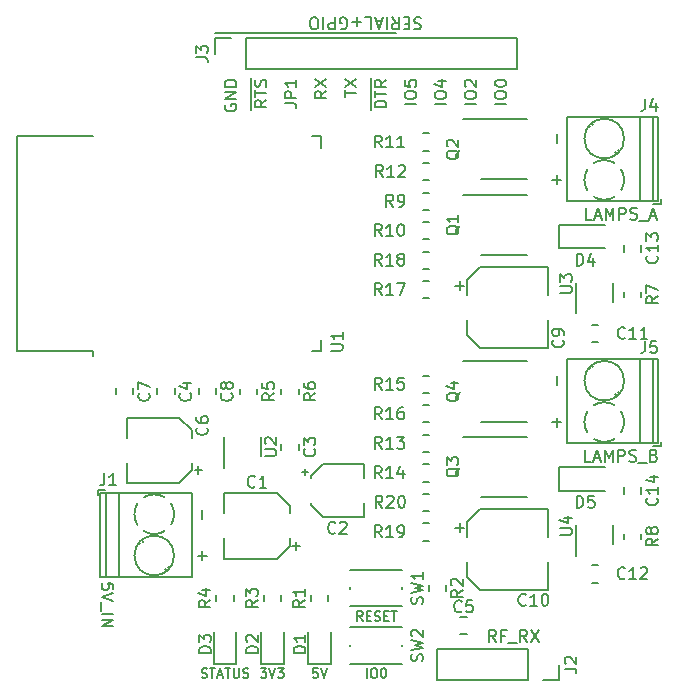
<source format=gbr>
%TF.GenerationSoftware,KiCad,Pcbnew,(6.0.11-0)*%
%TF.CreationDate,2023-05-30T14:23:44-05:00*%
%TF.ProjectId,HoneywellStringLightsController,486f6e65-7977-4656-9c6c-537472696e67,rev?*%
%TF.SameCoordinates,Original*%
%TF.FileFunction,Legend,Top*%
%TF.FilePolarity,Positive*%
%FSLAX46Y46*%
G04 Gerber Fmt 4.6, Leading zero omitted, Abs format (unit mm)*
G04 Created by KiCad (PCBNEW (6.0.11-0)) date 2023-05-30 14:23:44*
%MOMM*%
%LPD*%
G01*
G04 APERTURE LIST*
%ADD10C,0.150000*%
%ADD11C,0.200000*%
%ADD12C,0.160000*%
G04 APERTURE END LIST*
D10*
X110170000Y-71800000D02*
X125470000Y-71800000D01*
D11*
%TO.C,U1*%
X119952380Y-98661904D02*
X120761904Y-98661904D01*
X120857142Y-98614285D01*
X120904761Y-98566666D01*
X120952380Y-98471428D01*
X120952380Y-98280952D01*
X120904761Y-98185714D01*
X120857142Y-98138095D01*
X120761904Y-98090476D01*
X119952380Y-98090476D01*
X120952380Y-97090476D02*
X120952380Y-97661904D01*
X120952380Y-97376190D02*
X119952380Y-97376190D01*
X120095238Y-97471428D01*
X120190476Y-97566666D01*
X120238095Y-97661904D01*
%TO.C,C9*%
X139584023Y-97766666D02*
X139631642Y-97814285D01*
X139679261Y-97957142D01*
X139679261Y-98052380D01*
X139631642Y-98195238D01*
X139536404Y-98290476D01*
X139441166Y-98338095D01*
X139250690Y-98385714D01*
X139107833Y-98385714D01*
X138917357Y-98338095D01*
X138822119Y-98290476D01*
X138726881Y-98195238D01*
X138679261Y-98052380D01*
X138679261Y-97957142D01*
X138726881Y-97814285D01*
X138774500Y-97766666D01*
X139679261Y-97290476D02*
X139679261Y-97100000D01*
X139631642Y-97004761D01*
X139584023Y-96957142D01*
X139441166Y-96861904D01*
X139250690Y-96814285D01*
X138869738Y-96814285D01*
X138774500Y-96861904D01*
X138726881Y-96909523D01*
X138679261Y-97004761D01*
X138679261Y-97195238D01*
X138726881Y-97290476D01*
X138774500Y-97338095D01*
X138869738Y-97385714D01*
X139107833Y-97385714D01*
X139203071Y-97338095D01*
X139250690Y-97290476D01*
X139298309Y-97195238D01*
X139298309Y-97004761D01*
X139250690Y-96909523D01*
X139203071Y-96861904D01*
X139107833Y-96814285D01*
%TO.C,R1*%
X117752380Y-119766666D02*
X117276190Y-120100000D01*
X117752380Y-120338095D02*
X116752380Y-120338095D01*
X116752380Y-119957142D01*
X116800000Y-119861904D01*
X116847619Y-119814285D01*
X116942857Y-119766666D01*
X117085714Y-119766666D01*
X117180952Y-119814285D01*
X117228571Y-119861904D01*
X117276190Y-119957142D01*
X117276190Y-120338095D01*
X117752380Y-118814285D02*
X117752380Y-119385714D01*
X117752380Y-119100000D02*
X116752380Y-119100000D01*
X116895238Y-119195238D01*
X116990476Y-119290476D01*
X117038095Y-119385714D01*
%TO.C,SW1*%
X127704761Y-120083333D02*
X127752380Y-119940476D01*
X127752380Y-119702380D01*
X127704761Y-119607142D01*
X127657142Y-119559523D01*
X127561904Y-119511904D01*
X127466666Y-119511904D01*
X127371428Y-119559523D01*
X127323809Y-119607142D01*
X127276190Y-119702380D01*
X127228571Y-119892857D01*
X127180952Y-119988095D01*
X127133333Y-120035714D01*
X127038095Y-120083333D01*
X126942857Y-120083333D01*
X126847619Y-120035714D01*
X126800000Y-119988095D01*
X126752380Y-119892857D01*
X126752380Y-119654761D01*
X126800000Y-119511904D01*
X126752380Y-119178571D02*
X127752380Y-118940476D01*
X127038095Y-118750000D01*
X127752380Y-118559523D01*
X126752380Y-118321428D01*
X127752380Y-117416666D02*
X127752380Y-117988095D01*
X127752380Y-117702380D02*
X126752380Y-117702380D01*
X126895238Y-117797619D01*
X126990476Y-117892857D01*
X127038095Y-117988095D01*
D12*
X122638095Y-121511904D02*
X122371428Y-121130952D01*
X122180952Y-121511904D02*
X122180952Y-120711904D01*
X122485714Y-120711904D01*
X122561904Y-120750000D01*
X122600000Y-120788095D01*
X122638095Y-120864285D01*
X122638095Y-120978571D01*
X122600000Y-121054761D01*
X122561904Y-121092857D01*
X122485714Y-121130952D01*
X122180952Y-121130952D01*
X122980952Y-121092857D02*
X123247619Y-121092857D01*
X123361904Y-121511904D02*
X122980952Y-121511904D01*
X122980952Y-120711904D01*
X123361904Y-120711904D01*
X123666666Y-121473809D02*
X123780952Y-121511904D01*
X123971428Y-121511904D01*
X124047619Y-121473809D01*
X124085714Y-121435714D01*
X124123809Y-121359523D01*
X124123809Y-121283333D01*
X124085714Y-121207142D01*
X124047619Y-121169047D01*
X123971428Y-121130952D01*
X123819047Y-121092857D01*
X123742857Y-121054761D01*
X123704761Y-121016666D01*
X123666666Y-120940476D01*
X123666666Y-120864285D01*
X123704761Y-120788095D01*
X123742857Y-120750000D01*
X123819047Y-120711904D01*
X124009523Y-120711904D01*
X124123809Y-120750000D01*
X124466666Y-121092857D02*
X124733333Y-121092857D01*
X124847619Y-121511904D02*
X124466666Y-121511904D01*
X124466666Y-120711904D01*
X124847619Y-120711904D01*
X125076190Y-120711904D02*
X125533333Y-120711904D01*
X125304761Y-121511904D02*
X125304761Y-120711904D01*
D11*
%TO.C,C2*%
X120333333Y-114057142D02*
X120285714Y-114104761D01*
X120142857Y-114152380D01*
X120047619Y-114152380D01*
X119904761Y-114104761D01*
X119809523Y-114009523D01*
X119761904Y-113914285D01*
X119714285Y-113723809D01*
X119714285Y-113580952D01*
X119761904Y-113390476D01*
X119809523Y-113295238D01*
X119904761Y-113200000D01*
X120047619Y-113152380D01*
X120142857Y-113152380D01*
X120285714Y-113200000D01*
X120333333Y-113247619D01*
X120714285Y-113247619D02*
X120761904Y-113200000D01*
X120857142Y-113152380D01*
X121095238Y-113152380D01*
X121190476Y-113200000D01*
X121238095Y-113247619D01*
X121285714Y-113342857D01*
X121285714Y-113438095D01*
X121238095Y-113580952D01*
X120666666Y-114152380D01*
X121285714Y-114152380D01*
%TO.C,C13*%
X147557142Y-90635234D02*
X147604761Y-90682853D01*
X147652380Y-90825710D01*
X147652380Y-90920948D01*
X147604761Y-91063805D01*
X147509523Y-91159043D01*
X147414285Y-91206662D01*
X147223809Y-91254281D01*
X147080952Y-91254281D01*
X146890476Y-91206662D01*
X146795238Y-91159043D01*
X146700000Y-91063805D01*
X146652380Y-90920948D01*
X146652380Y-90825710D01*
X146700000Y-90682853D01*
X146747619Y-90635234D01*
X147652380Y-89682853D02*
X147652380Y-90254281D01*
X147652380Y-89968567D02*
X146652380Y-89968567D01*
X146795238Y-90063805D01*
X146890476Y-90159043D01*
X146938095Y-90254281D01*
X146652380Y-89349519D02*
X146652380Y-88730472D01*
X147033333Y-89063805D01*
X147033333Y-88920948D01*
X147080952Y-88825710D01*
X147128571Y-88778091D01*
X147223809Y-88730472D01*
X147461904Y-88730472D01*
X147557142Y-88778091D01*
X147604761Y-88825710D01*
X147652380Y-88920948D01*
X147652380Y-89206662D01*
X147604761Y-89301900D01*
X147557142Y-89349519D01*
%TO.C,R4*%
X109752380Y-119766666D02*
X109276190Y-120100000D01*
X109752380Y-120338095D02*
X108752380Y-120338095D01*
X108752380Y-119957142D01*
X108800000Y-119861904D01*
X108847619Y-119814285D01*
X108942857Y-119766666D01*
X109085714Y-119766666D01*
X109180952Y-119814285D01*
X109228571Y-119861904D01*
X109276190Y-119957142D01*
X109276190Y-120338095D01*
X109085714Y-118909523D02*
X109752380Y-118909523D01*
X108704761Y-119147619D02*
X109419047Y-119385714D01*
X109419047Y-118766666D01*
%TO.C,R2*%
X131102380Y-118916666D02*
X130626190Y-119250000D01*
X131102380Y-119488095D02*
X130102380Y-119488095D01*
X130102380Y-119107142D01*
X130150000Y-119011904D01*
X130197619Y-118964285D01*
X130292857Y-118916666D01*
X130435714Y-118916666D01*
X130530952Y-118964285D01*
X130578571Y-119011904D01*
X130626190Y-119107142D01*
X130626190Y-119488095D01*
X130197619Y-118535714D02*
X130150000Y-118488095D01*
X130102380Y-118392857D01*
X130102380Y-118154761D01*
X130150000Y-118059523D01*
X130197619Y-118011904D01*
X130292857Y-117964285D01*
X130388095Y-117964285D01*
X130530952Y-118011904D01*
X131102380Y-118583333D01*
X131102380Y-117964285D01*
%TO.C,R11*%
X124257142Y-81452380D02*
X123923809Y-80976190D01*
X123685714Y-81452380D02*
X123685714Y-80452380D01*
X124066666Y-80452380D01*
X124161904Y-80500000D01*
X124209523Y-80547619D01*
X124257142Y-80642857D01*
X124257142Y-80785714D01*
X124209523Y-80880952D01*
X124161904Y-80928571D01*
X124066666Y-80976190D01*
X123685714Y-80976190D01*
X125209523Y-81452380D02*
X124638095Y-81452380D01*
X124923809Y-81452380D02*
X124923809Y-80452380D01*
X124828571Y-80595238D01*
X124733333Y-80690476D01*
X124638095Y-80738095D01*
X126161904Y-81452380D02*
X125590476Y-81452380D01*
X125876190Y-81452380D02*
X125876190Y-80452380D01*
X125780952Y-80595238D01*
X125685714Y-80690476D01*
X125590476Y-80738095D01*
%TO.C,C5*%
X131024143Y-120707142D02*
X130976524Y-120754761D01*
X130833667Y-120802380D01*
X130738429Y-120802380D01*
X130595571Y-120754761D01*
X130500333Y-120659523D01*
X130452714Y-120564285D01*
X130405095Y-120373809D01*
X130405095Y-120230952D01*
X130452714Y-120040476D01*
X130500333Y-119945238D01*
X130595571Y-119850000D01*
X130738429Y-119802380D01*
X130833667Y-119802380D01*
X130976524Y-119850000D01*
X131024143Y-119897619D01*
X131928905Y-119802380D02*
X131452714Y-119802380D01*
X131405095Y-120278571D01*
X131452714Y-120230952D01*
X131547952Y-120183333D01*
X131786048Y-120183333D01*
X131881286Y-120230952D01*
X131928905Y-120278571D01*
X131976524Y-120373809D01*
X131976524Y-120611904D01*
X131928905Y-120707142D01*
X131881286Y-120754761D01*
X131786048Y-120802380D01*
X131547952Y-120802380D01*
X131452714Y-120754761D01*
X131405095Y-120707142D01*
%TO.C,R5*%
X115152380Y-102262412D02*
X114676190Y-102595746D01*
X115152380Y-102833841D02*
X114152380Y-102833841D01*
X114152380Y-102452888D01*
X114200000Y-102357650D01*
X114247619Y-102310031D01*
X114342857Y-102262412D01*
X114485714Y-102262412D01*
X114580952Y-102310031D01*
X114628571Y-102357650D01*
X114676190Y-102452888D01*
X114676190Y-102833841D01*
X114152380Y-101357650D02*
X114152380Y-101833841D01*
X114628571Y-101881460D01*
X114580952Y-101833841D01*
X114533333Y-101738603D01*
X114533333Y-101500507D01*
X114580952Y-101405269D01*
X114628571Y-101357650D01*
X114723809Y-101310031D01*
X114961904Y-101310031D01*
X115057142Y-101357650D01*
X115104761Y-101405269D01*
X115152380Y-101500507D01*
X115152380Y-101738603D01*
X115104761Y-101833841D01*
X115057142Y-101881460D01*
%TO.C,R10*%
X124257142Y-88952380D02*
X123923809Y-88476190D01*
X123685714Y-88952380D02*
X123685714Y-87952380D01*
X124066666Y-87952380D01*
X124161904Y-88000000D01*
X124209523Y-88047619D01*
X124257142Y-88142857D01*
X124257142Y-88285714D01*
X124209523Y-88380952D01*
X124161904Y-88428571D01*
X124066666Y-88476190D01*
X123685714Y-88476190D01*
X125209523Y-88952380D02*
X124638095Y-88952380D01*
X124923809Y-88952380D02*
X124923809Y-87952380D01*
X124828571Y-88095238D01*
X124733333Y-88190476D01*
X124638095Y-88238095D01*
X125828571Y-87952380D02*
X125923809Y-87952380D01*
X126019047Y-88000000D01*
X126066666Y-88047619D01*
X126114285Y-88142857D01*
X126161904Y-88333333D01*
X126161904Y-88571428D01*
X126114285Y-88761904D01*
X126066666Y-88857142D01*
X126019047Y-88904761D01*
X125923809Y-88952380D01*
X125828571Y-88952380D01*
X125733333Y-88904761D01*
X125685714Y-88857142D01*
X125638095Y-88761904D01*
X125590476Y-88571428D01*
X125590476Y-88333333D01*
X125638095Y-88142857D01*
X125685714Y-88047619D01*
X125733333Y-88000000D01*
X125828571Y-87952380D01*
%TO.C,D5*%
X140761904Y-111952380D02*
X140761904Y-110952380D01*
X141000000Y-110952380D01*
X141142857Y-111000000D01*
X141238095Y-111095238D01*
X141285714Y-111190476D01*
X141333333Y-111380952D01*
X141333333Y-111523809D01*
X141285714Y-111714285D01*
X141238095Y-111809523D01*
X141142857Y-111904761D01*
X141000000Y-111952380D01*
X140761904Y-111952380D01*
X142238095Y-110952380D02*
X141761904Y-110952380D01*
X141714285Y-111428571D01*
X141761904Y-111380952D01*
X141857142Y-111333333D01*
X142095238Y-111333333D01*
X142190476Y-111380952D01*
X142238095Y-111428571D01*
X142285714Y-111523809D01*
X142285714Y-111761904D01*
X142238095Y-111857142D01*
X142190476Y-111904761D01*
X142095238Y-111952380D01*
X141857142Y-111952380D01*
X141761904Y-111904761D01*
X141714285Y-111857142D01*
%TO.C,R9*%
X125233333Y-86452380D02*
X124900000Y-85976190D01*
X124661904Y-86452380D02*
X124661904Y-85452380D01*
X125042857Y-85452380D01*
X125138095Y-85500000D01*
X125185714Y-85547619D01*
X125233333Y-85642857D01*
X125233333Y-85785714D01*
X125185714Y-85880952D01*
X125138095Y-85928571D01*
X125042857Y-85976190D01*
X124661904Y-85976190D01*
X125709523Y-86452380D02*
X125900000Y-86452380D01*
X125995238Y-86404761D01*
X126042857Y-86357142D01*
X126138095Y-86214285D01*
X126185714Y-86023809D01*
X126185714Y-85642857D01*
X126138095Y-85547619D01*
X126090476Y-85500000D01*
X125995238Y-85452380D01*
X125804761Y-85452380D01*
X125709523Y-85500000D01*
X125661904Y-85547619D01*
X125614285Y-85642857D01*
X125614285Y-85880952D01*
X125661904Y-85976190D01*
X125709523Y-86023809D01*
X125804761Y-86071428D01*
X125995238Y-86071428D01*
X126090476Y-86023809D01*
X126138095Y-85976190D01*
X126185714Y-85880952D01*
%TO.C,D1*%
X117802380Y-124238095D02*
X116802380Y-124238095D01*
X116802380Y-124000000D01*
X116850000Y-123857142D01*
X116945238Y-123761904D01*
X117040476Y-123714285D01*
X117230952Y-123666666D01*
X117373809Y-123666666D01*
X117564285Y-123714285D01*
X117659523Y-123761904D01*
X117754761Y-123857142D01*
X117802380Y-124000000D01*
X117802380Y-124238095D01*
X117802380Y-122714285D02*
X117802380Y-123285714D01*
X117802380Y-123000000D02*
X116802380Y-123000000D01*
X116945238Y-123095238D01*
X117040476Y-123190476D01*
X117088095Y-123285714D01*
D12*
X118847619Y-125561904D02*
X118466666Y-125561904D01*
X118428571Y-125942857D01*
X118466666Y-125904761D01*
X118542857Y-125866666D01*
X118733333Y-125866666D01*
X118809523Y-125904761D01*
X118847619Y-125942857D01*
X118885714Y-126019047D01*
X118885714Y-126209523D01*
X118847619Y-126285714D01*
X118809523Y-126323809D01*
X118733333Y-126361904D01*
X118542857Y-126361904D01*
X118466666Y-126323809D01*
X118428571Y-126285714D01*
X119114285Y-125561904D02*
X119380952Y-126361904D01*
X119647619Y-125561904D01*
D11*
%TO.C,J3*%
X108552380Y-73833333D02*
X109266666Y-73833333D01*
X109409523Y-73880952D01*
X109504761Y-73976190D01*
X109552380Y-74119047D01*
X109552380Y-74214285D01*
X108552380Y-73452380D02*
X108552380Y-72833333D01*
X108933333Y-73166666D01*
X108933333Y-73023809D01*
X108980952Y-72928571D01*
X109028571Y-72880952D01*
X109123809Y-72833333D01*
X109361904Y-72833333D01*
X109457142Y-72880952D01*
X109504761Y-72928571D01*
X109552380Y-73023809D01*
X109552380Y-73309523D01*
X109504761Y-73404761D01*
X109457142Y-73452380D01*
X127590476Y-70495238D02*
X127447619Y-70447619D01*
X127209523Y-70447619D01*
X127114285Y-70495238D01*
X127066666Y-70542857D01*
X127019047Y-70638095D01*
X127019047Y-70733333D01*
X127066666Y-70828571D01*
X127114285Y-70876190D01*
X127209523Y-70923809D01*
X127400000Y-70971428D01*
X127495238Y-71019047D01*
X127542857Y-71066666D01*
X127590476Y-71161904D01*
X127590476Y-71257142D01*
X127542857Y-71352380D01*
X127495238Y-71400000D01*
X127400000Y-71447619D01*
X127161904Y-71447619D01*
X127019047Y-71400000D01*
X126590476Y-70971428D02*
X126257142Y-70971428D01*
X126114285Y-70447619D02*
X126590476Y-70447619D01*
X126590476Y-71447619D01*
X126114285Y-71447619D01*
X125114285Y-70447619D02*
X125447619Y-70923809D01*
X125685714Y-70447619D02*
X125685714Y-71447619D01*
X125304761Y-71447619D01*
X125209523Y-71400000D01*
X125161904Y-71352380D01*
X125114285Y-71257142D01*
X125114285Y-71114285D01*
X125161904Y-71019047D01*
X125209523Y-70971428D01*
X125304761Y-70923809D01*
X125685714Y-70923809D01*
X124685714Y-70447619D02*
X124685714Y-71447619D01*
X124257142Y-70733333D02*
X123780952Y-70733333D01*
X124352380Y-70447619D02*
X124019047Y-71447619D01*
X123685714Y-70447619D01*
X122876190Y-70447619D02*
X123352380Y-70447619D01*
X123352380Y-71447619D01*
X122542857Y-70828571D02*
X121780952Y-70828571D01*
X122161904Y-70447619D02*
X122161904Y-71209523D01*
X120780952Y-71400000D02*
X120876190Y-71447619D01*
X121019047Y-71447619D01*
X121161904Y-71400000D01*
X121257142Y-71304761D01*
X121304761Y-71209523D01*
X121352380Y-71019047D01*
X121352380Y-70876190D01*
X121304761Y-70685714D01*
X121257142Y-70590476D01*
X121161904Y-70495238D01*
X121019047Y-70447619D01*
X120923809Y-70447619D01*
X120780952Y-70495238D01*
X120733333Y-70542857D01*
X120733333Y-70876190D01*
X120923809Y-70876190D01*
X120304761Y-70447619D02*
X120304761Y-71447619D01*
X119923809Y-71447619D01*
X119828571Y-71400000D01*
X119780952Y-71352380D01*
X119733333Y-71257142D01*
X119733333Y-71114285D01*
X119780952Y-71019047D01*
X119828571Y-70971428D01*
X119923809Y-70923809D01*
X120304761Y-70923809D01*
X119304761Y-70447619D02*
X119304761Y-71447619D01*
X118638095Y-71447619D02*
X118447619Y-71447619D01*
X118352380Y-71400000D01*
X118257142Y-71304761D01*
X118209523Y-71114285D01*
X118209523Y-70780952D01*
X118257142Y-70590476D01*
X118352380Y-70495238D01*
X118447619Y-70447619D01*
X118638095Y-70447619D01*
X118733333Y-70495238D01*
X118828571Y-70590476D01*
X118876190Y-70780952D01*
X118876190Y-71114285D01*
X118828571Y-71304761D01*
X118733333Y-71400000D01*
X118638095Y-71447619D01*
X119572380Y-76677857D02*
X119096190Y-77011190D01*
X119572380Y-77249285D02*
X118572380Y-77249285D01*
X118572380Y-76868333D01*
X118620000Y-76773095D01*
X118667619Y-76725476D01*
X118762857Y-76677857D01*
X118905714Y-76677857D01*
X119000952Y-76725476D01*
X119048571Y-76773095D01*
X119096190Y-76868333D01*
X119096190Y-77249285D01*
X118572380Y-76344523D02*
X119572380Y-75677857D01*
X118572380Y-75677857D02*
X119572380Y-76344523D01*
X132272380Y-77773095D02*
X131272380Y-77773095D01*
X131272380Y-77106428D02*
X131272380Y-76915952D01*
X131320000Y-76820714D01*
X131415238Y-76725476D01*
X131605714Y-76677857D01*
X131939047Y-76677857D01*
X132129523Y-76725476D01*
X132224761Y-76820714D01*
X132272380Y-76915952D01*
X132272380Y-77106428D01*
X132224761Y-77201666D01*
X132129523Y-77296904D01*
X131939047Y-77344523D01*
X131605714Y-77344523D01*
X131415238Y-77296904D01*
X131320000Y-77201666D01*
X131272380Y-77106428D01*
X131367619Y-76296904D02*
X131320000Y-76249285D01*
X131272380Y-76154047D01*
X131272380Y-75915952D01*
X131320000Y-75820714D01*
X131367619Y-75773095D01*
X131462857Y-75725476D01*
X131558095Y-75725476D01*
X131700952Y-75773095D01*
X132272380Y-76344523D01*
X132272380Y-75725476D01*
X111000000Y-77820714D02*
X110952380Y-77915952D01*
X110952380Y-78058809D01*
X111000000Y-78201666D01*
X111095238Y-78296904D01*
X111190476Y-78344523D01*
X111380952Y-78392142D01*
X111523809Y-78392142D01*
X111714285Y-78344523D01*
X111809523Y-78296904D01*
X111904761Y-78201666D01*
X111952380Y-78058809D01*
X111952380Y-77963571D01*
X111904761Y-77820714D01*
X111857142Y-77773095D01*
X111523809Y-77773095D01*
X111523809Y-77963571D01*
X111952380Y-77344523D02*
X110952380Y-77344523D01*
X111952380Y-76773095D01*
X110952380Y-76773095D01*
X111952380Y-76296904D02*
X110952380Y-76296904D01*
X110952380Y-76058809D01*
X111000000Y-75915952D01*
X111095238Y-75820714D01*
X111190476Y-75773095D01*
X111380952Y-75725476D01*
X111523809Y-75725476D01*
X111714285Y-75773095D01*
X111809523Y-75820714D01*
X111904761Y-75915952D01*
X111952380Y-76058809D01*
X111952380Y-76296904D01*
X123370000Y-78296904D02*
X123370000Y-77296904D01*
X124652380Y-78058809D02*
X123652380Y-78058809D01*
X123652380Y-77820714D01*
X123700000Y-77677857D01*
X123795238Y-77582619D01*
X123890476Y-77535000D01*
X124080952Y-77487380D01*
X124223809Y-77487380D01*
X124414285Y-77535000D01*
X124509523Y-77582619D01*
X124604761Y-77677857D01*
X124652380Y-77820714D01*
X124652380Y-78058809D01*
X123370000Y-77296904D02*
X123370000Y-76535000D01*
X123652380Y-77201666D02*
X123652380Y-76630238D01*
X124652380Y-76915952D02*
X123652380Y-76915952D01*
X123370000Y-76535000D02*
X123370000Y-75535000D01*
X124652380Y-75725476D02*
X124176190Y-76058809D01*
X124652380Y-76296904D02*
X123652380Y-76296904D01*
X123652380Y-75915952D01*
X123700000Y-75820714D01*
X123747619Y-75773095D01*
X123842857Y-75725476D01*
X123985714Y-75725476D01*
X124080952Y-75773095D01*
X124128571Y-75820714D01*
X124176190Y-75915952D01*
X124176190Y-76296904D01*
X113210000Y-78249285D02*
X113210000Y-77249285D01*
X114492380Y-77439761D02*
X114016190Y-77773095D01*
X114492380Y-78011190D02*
X113492380Y-78011190D01*
X113492380Y-77630238D01*
X113540000Y-77535000D01*
X113587619Y-77487380D01*
X113682857Y-77439761D01*
X113825714Y-77439761D01*
X113920952Y-77487380D01*
X113968571Y-77535000D01*
X114016190Y-77630238D01*
X114016190Y-78011190D01*
X113210000Y-77249285D02*
X113210000Y-76487380D01*
X113492380Y-77154047D02*
X113492380Y-76582619D01*
X114492380Y-76868333D02*
X113492380Y-76868333D01*
X113210000Y-76487380D02*
X113210000Y-75535000D01*
X114444761Y-76296904D02*
X114492380Y-76154047D01*
X114492380Y-75915952D01*
X114444761Y-75820714D01*
X114397142Y-75773095D01*
X114301904Y-75725476D01*
X114206666Y-75725476D01*
X114111428Y-75773095D01*
X114063809Y-75820714D01*
X114016190Y-75915952D01*
X113968571Y-76106428D01*
X113920952Y-76201666D01*
X113873333Y-76249285D01*
X113778095Y-76296904D01*
X113682857Y-76296904D01*
X113587619Y-76249285D01*
X113540000Y-76201666D01*
X113492380Y-76106428D01*
X113492380Y-75868333D01*
X113540000Y-75725476D01*
X134812380Y-77773095D02*
X133812380Y-77773095D01*
X133812380Y-77106428D02*
X133812380Y-76915952D01*
X133860000Y-76820714D01*
X133955238Y-76725476D01*
X134145714Y-76677857D01*
X134479047Y-76677857D01*
X134669523Y-76725476D01*
X134764761Y-76820714D01*
X134812380Y-76915952D01*
X134812380Y-77106428D01*
X134764761Y-77201666D01*
X134669523Y-77296904D01*
X134479047Y-77344523D01*
X134145714Y-77344523D01*
X133955238Y-77296904D01*
X133860000Y-77201666D01*
X133812380Y-77106428D01*
X133812380Y-76058809D02*
X133812380Y-75963571D01*
X133860000Y-75868333D01*
X133907619Y-75820714D01*
X134002857Y-75773095D01*
X134193333Y-75725476D01*
X134431428Y-75725476D01*
X134621904Y-75773095D01*
X134717142Y-75820714D01*
X134764761Y-75868333D01*
X134812380Y-75963571D01*
X134812380Y-76058809D01*
X134764761Y-76154047D01*
X134717142Y-76201666D01*
X134621904Y-76249285D01*
X134431428Y-76296904D01*
X134193333Y-76296904D01*
X134002857Y-76249285D01*
X133907619Y-76201666D01*
X133860000Y-76154047D01*
X133812380Y-76058809D01*
X129732380Y-77773095D02*
X128732380Y-77773095D01*
X128732380Y-77106428D02*
X128732380Y-76915952D01*
X128780000Y-76820714D01*
X128875238Y-76725476D01*
X129065714Y-76677857D01*
X129399047Y-76677857D01*
X129589523Y-76725476D01*
X129684761Y-76820714D01*
X129732380Y-76915952D01*
X129732380Y-77106428D01*
X129684761Y-77201666D01*
X129589523Y-77296904D01*
X129399047Y-77344523D01*
X129065714Y-77344523D01*
X128875238Y-77296904D01*
X128780000Y-77201666D01*
X128732380Y-77106428D01*
X129065714Y-75820714D02*
X129732380Y-75820714D01*
X128684761Y-76058809D02*
X129399047Y-76296904D01*
X129399047Y-75677857D01*
X121112380Y-77154047D02*
X121112380Y-76582619D01*
X122112380Y-76868333D02*
X121112380Y-76868333D01*
X121112380Y-76344523D02*
X122112380Y-75677857D01*
X121112380Y-75677857D02*
X122112380Y-76344523D01*
X116032380Y-77725476D02*
X116746666Y-77725476D01*
X116889523Y-77773095D01*
X116984761Y-77868333D01*
X117032380Y-78011190D01*
X117032380Y-78106428D01*
X117032380Y-77249285D02*
X116032380Y-77249285D01*
X116032380Y-76868333D01*
X116080000Y-76773095D01*
X116127619Y-76725476D01*
X116222857Y-76677857D01*
X116365714Y-76677857D01*
X116460952Y-76725476D01*
X116508571Y-76773095D01*
X116556190Y-76868333D01*
X116556190Y-77249285D01*
X117032380Y-75725476D02*
X117032380Y-76296904D01*
X117032380Y-76011190D02*
X116032380Y-76011190D01*
X116175238Y-76106428D01*
X116270476Y-76201666D01*
X116318095Y-76296904D01*
X127192380Y-77773095D02*
X126192380Y-77773095D01*
X126192380Y-77106428D02*
X126192380Y-76915952D01*
X126240000Y-76820714D01*
X126335238Y-76725476D01*
X126525714Y-76677857D01*
X126859047Y-76677857D01*
X127049523Y-76725476D01*
X127144761Y-76820714D01*
X127192380Y-76915952D01*
X127192380Y-77106428D01*
X127144761Y-77201666D01*
X127049523Y-77296904D01*
X126859047Y-77344523D01*
X126525714Y-77344523D01*
X126335238Y-77296904D01*
X126240000Y-77201666D01*
X126192380Y-77106428D01*
X126192380Y-75773095D02*
X126192380Y-76249285D01*
X126668571Y-76296904D01*
X126620952Y-76249285D01*
X126573333Y-76154047D01*
X126573333Y-75915952D01*
X126620952Y-75820714D01*
X126668571Y-75773095D01*
X126763809Y-75725476D01*
X127001904Y-75725476D01*
X127097142Y-75773095D01*
X127144761Y-75820714D01*
X127192380Y-75915952D01*
X127192380Y-76154047D01*
X127144761Y-76249285D01*
X127097142Y-76296904D01*
%TO.C,Q1*%
X130847619Y-88095238D02*
X130800000Y-88190476D01*
X130704761Y-88285714D01*
X130561904Y-88428571D01*
X130514285Y-88523809D01*
X130514285Y-88619047D01*
X130752380Y-88571428D02*
X130704761Y-88666666D01*
X130609523Y-88761904D01*
X130419047Y-88809523D01*
X130085714Y-88809523D01*
X129895238Y-88761904D01*
X129800000Y-88666666D01*
X129752380Y-88571428D01*
X129752380Y-88380952D01*
X129800000Y-88285714D01*
X129895238Y-88190476D01*
X130085714Y-88142857D01*
X130419047Y-88142857D01*
X130609523Y-88190476D01*
X130704761Y-88285714D01*
X130752380Y-88380952D01*
X130752380Y-88571428D01*
X130752380Y-87190476D02*
X130752380Y-87761904D01*
X130752380Y-87476190D02*
X129752380Y-87476190D01*
X129895238Y-87571428D01*
X129990476Y-87666666D01*
X130038095Y-87761904D01*
%TO.C,Q2*%
X130847619Y-81695238D02*
X130800000Y-81790476D01*
X130704761Y-81885714D01*
X130561904Y-82028571D01*
X130514285Y-82123809D01*
X130514285Y-82219047D01*
X130752380Y-82171428D02*
X130704761Y-82266666D01*
X130609523Y-82361904D01*
X130419047Y-82409523D01*
X130085714Y-82409523D01*
X129895238Y-82361904D01*
X129800000Y-82266666D01*
X129752380Y-82171428D01*
X129752380Y-81980952D01*
X129800000Y-81885714D01*
X129895238Y-81790476D01*
X130085714Y-81742857D01*
X130419047Y-81742857D01*
X130609523Y-81790476D01*
X130704761Y-81885714D01*
X130752380Y-81980952D01*
X130752380Y-82171428D01*
X129847619Y-81361904D02*
X129800000Y-81314285D01*
X129752380Y-81219047D01*
X129752380Y-80980952D01*
X129800000Y-80885714D01*
X129847619Y-80838095D01*
X129942857Y-80790476D01*
X130038095Y-80790476D01*
X130180952Y-80838095D01*
X130752380Y-81409523D01*
X130752380Y-80790476D01*
%TO.C,J5*%
X146566666Y-97852380D02*
X146566666Y-98566666D01*
X146519047Y-98709523D01*
X146423809Y-98804761D01*
X146280952Y-98852380D01*
X146185714Y-98852380D01*
X147519047Y-97852380D02*
X147042857Y-97852380D01*
X146995238Y-98328571D01*
X147042857Y-98280952D01*
X147138095Y-98233333D01*
X147376190Y-98233333D01*
X147471428Y-98280952D01*
X147519047Y-98328571D01*
X147566666Y-98423809D01*
X147566666Y-98661904D01*
X147519047Y-98757142D01*
X147471428Y-98804761D01*
X147376190Y-98852380D01*
X147138095Y-98852380D01*
X147042857Y-98804761D01*
X146995238Y-98757142D01*
X141952380Y-108052380D02*
X141476190Y-108052380D01*
X141476190Y-107052380D01*
X142238095Y-107766666D02*
X142714285Y-107766666D01*
X142142857Y-108052380D02*
X142476190Y-107052380D01*
X142809523Y-108052380D01*
X143142857Y-108052380D02*
X143142857Y-107052380D01*
X143476190Y-107766666D01*
X143809523Y-107052380D01*
X143809523Y-108052380D01*
X144285714Y-108052380D02*
X144285714Y-107052380D01*
X144666666Y-107052380D01*
X144761904Y-107100000D01*
X144809523Y-107147619D01*
X144857142Y-107242857D01*
X144857142Y-107385714D01*
X144809523Y-107480952D01*
X144761904Y-107528571D01*
X144666666Y-107576190D01*
X144285714Y-107576190D01*
X145238095Y-108004761D02*
X145380952Y-108052380D01*
X145619047Y-108052380D01*
X145714285Y-108004761D01*
X145761904Y-107957142D01*
X145809523Y-107861904D01*
X145809523Y-107766666D01*
X145761904Y-107671428D01*
X145714285Y-107623809D01*
X145619047Y-107576190D01*
X145428571Y-107528571D01*
X145333333Y-107480952D01*
X145285714Y-107433333D01*
X145238095Y-107338095D01*
X145238095Y-107242857D01*
X145285714Y-107147619D01*
X145333333Y-107100000D01*
X145428571Y-107052380D01*
X145666666Y-107052380D01*
X145809523Y-107100000D01*
X146000000Y-108147619D02*
X146761904Y-108147619D01*
X147333333Y-107528571D02*
X147476190Y-107576190D01*
X147523809Y-107623809D01*
X147571428Y-107719047D01*
X147571428Y-107861904D01*
X147523809Y-107957142D01*
X147476190Y-108004761D01*
X147380952Y-108052380D01*
X147000000Y-108052380D01*
X147000000Y-107052380D01*
X147333333Y-107052380D01*
X147428571Y-107100000D01*
X147476190Y-107147619D01*
X147523809Y-107242857D01*
X147523809Y-107338095D01*
X147476190Y-107433333D01*
X147428571Y-107480952D01*
X147333333Y-107528571D01*
X147000000Y-107528571D01*
X139111804Y-101580952D02*
X139111804Y-100819047D01*
X139071428Y-105080952D02*
X139071428Y-104319047D01*
X139452380Y-104700000D02*
X138690476Y-104700000D01*
%TO.C,U2*%
X114352380Y-107561904D02*
X115161904Y-107561904D01*
X115257142Y-107514285D01*
X115304761Y-107466666D01*
X115352380Y-107371428D01*
X115352380Y-107180952D01*
X115304761Y-107085714D01*
X115257142Y-107038095D01*
X115161904Y-106990476D01*
X114352380Y-106990476D01*
X114447619Y-106561904D02*
X114400000Y-106514285D01*
X114352380Y-106419047D01*
X114352380Y-106180952D01*
X114400000Y-106085714D01*
X114447619Y-106038095D01*
X114542857Y-105990476D01*
X114638095Y-105990476D01*
X114780952Y-106038095D01*
X115352380Y-106609523D01*
X115352380Y-105990476D01*
%TO.C,Q4*%
X130847619Y-102195238D02*
X130800000Y-102290476D01*
X130704761Y-102385714D01*
X130561904Y-102528571D01*
X130514285Y-102623809D01*
X130514285Y-102719047D01*
X130752380Y-102671428D02*
X130704761Y-102766666D01*
X130609523Y-102861904D01*
X130419047Y-102909523D01*
X130085714Y-102909523D01*
X129895238Y-102861904D01*
X129800000Y-102766666D01*
X129752380Y-102671428D01*
X129752380Y-102480952D01*
X129800000Y-102385714D01*
X129895238Y-102290476D01*
X130085714Y-102242857D01*
X130419047Y-102242857D01*
X130609523Y-102290476D01*
X130704761Y-102385714D01*
X130752380Y-102480952D01*
X130752380Y-102671428D01*
X130085714Y-101385714D02*
X130752380Y-101385714D01*
X129704761Y-101623809D02*
X130419047Y-101861904D01*
X130419047Y-101242857D01*
%TO.C,SW2*%
X127704760Y-124933332D02*
X127752379Y-124790475D01*
X127752379Y-124552379D01*
X127704760Y-124457141D01*
X127657141Y-124409522D01*
X127561903Y-124361903D01*
X127466665Y-124361903D01*
X127371427Y-124409522D01*
X127323808Y-124457141D01*
X127276189Y-124552379D01*
X127228570Y-124742856D01*
X127180951Y-124838094D01*
X127133332Y-124885713D01*
X127038094Y-124933332D01*
X126942856Y-124933332D01*
X126847618Y-124885713D01*
X126799999Y-124838094D01*
X126752379Y-124742856D01*
X126752379Y-124504760D01*
X126799999Y-124361903D01*
X126752379Y-124028570D02*
X127752379Y-123790475D01*
X127038094Y-123599999D01*
X127752379Y-123409522D01*
X126752379Y-123171427D01*
X126847618Y-122838094D02*
X126799999Y-122790475D01*
X126752379Y-122695237D01*
X126752379Y-122457141D01*
X126799999Y-122361903D01*
X126847618Y-122314284D01*
X126942856Y-122266665D01*
X127038094Y-122266665D01*
X127180951Y-122314284D01*
X127752379Y-122885713D01*
X127752379Y-122266665D01*
D12*
X123000000Y-126361904D02*
X123000000Y-125561904D01*
X123533333Y-125561904D02*
X123685714Y-125561904D01*
X123761904Y-125600000D01*
X123838095Y-125676190D01*
X123876190Y-125828571D01*
X123876190Y-126095238D01*
X123838095Y-126247619D01*
X123761904Y-126323809D01*
X123685714Y-126361904D01*
X123533333Y-126361904D01*
X123457142Y-126323809D01*
X123380952Y-126247619D01*
X123342857Y-126095238D01*
X123342857Y-125828571D01*
X123380952Y-125676190D01*
X123457142Y-125600000D01*
X123533333Y-125561904D01*
X124371428Y-125561904D02*
X124447619Y-125561904D01*
X124523809Y-125600000D01*
X124561904Y-125638095D01*
X124600000Y-125714285D01*
X124638095Y-125866666D01*
X124638095Y-126057142D01*
X124600000Y-126209523D01*
X124561904Y-126285714D01*
X124523809Y-126323809D01*
X124447619Y-126361904D01*
X124371428Y-126361904D01*
X124295238Y-126323809D01*
X124257142Y-126285714D01*
X124219047Y-126209523D01*
X124180952Y-126057142D01*
X124180952Y-125866666D01*
X124219047Y-125714285D01*
X124257142Y-125638095D01*
X124295238Y-125600000D01*
X124371428Y-125561904D01*
D11*
%TO.C,U4*%
X139352380Y-114261904D02*
X140161904Y-114261904D01*
X140257142Y-114214285D01*
X140304761Y-114166666D01*
X140352380Y-114071428D01*
X140352380Y-113880952D01*
X140304761Y-113785714D01*
X140257142Y-113738095D01*
X140161904Y-113690476D01*
X139352380Y-113690476D01*
X139685714Y-112785714D02*
X140352380Y-112785714D01*
X139304761Y-113023809D02*
X140019047Y-113261904D01*
X140019047Y-112642857D01*
%TO.C,R3*%
X113752380Y-119766666D02*
X113276190Y-120100000D01*
X113752380Y-120338095D02*
X112752380Y-120338095D01*
X112752380Y-119957142D01*
X112800000Y-119861904D01*
X112847619Y-119814285D01*
X112942857Y-119766666D01*
X113085714Y-119766666D01*
X113180952Y-119814285D01*
X113228571Y-119861904D01*
X113276190Y-119957142D01*
X113276190Y-120338095D01*
X112752380Y-119433333D02*
X112752380Y-118814285D01*
X113133333Y-119147619D01*
X113133333Y-119004761D01*
X113180952Y-118909523D01*
X113228571Y-118861904D01*
X113323809Y-118814285D01*
X113561904Y-118814285D01*
X113657142Y-118861904D01*
X113704761Y-118909523D01*
X113752380Y-119004761D01*
X113752380Y-119290476D01*
X113704761Y-119385714D01*
X113657142Y-119433333D01*
%TO.C,J2*%
X139752380Y-125583333D02*
X140466666Y-125583333D01*
X140609523Y-125630952D01*
X140704761Y-125726190D01*
X140752380Y-125869047D01*
X140752380Y-125964285D01*
X139847619Y-125154761D02*
X139800000Y-125107142D01*
X139752380Y-125011904D01*
X139752380Y-124773809D01*
X139800000Y-124678571D01*
X139847619Y-124630952D01*
X139942857Y-124583333D01*
X140038095Y-124583333D01*
X140180952Y-124630952D01*
X140752380Y-125202380D01*
X140752380Y-124583333D01*
X133923809Y-123302380D02*
X133590476Y-122826190D01*
X133352380Y-123302380D02*
X133352380Y-122302380D01*
X133733333Y-122302380D01*
X133828571Y-122350000D01*
X133876190Y-122397619D01*
X133923809Y-122492857D01*
X133923809Y-122635714D01*
X133876190Y-122730952D01*
X133828571Y-122778571D01*
X133733333Y-122826190D01*
X133352380Y-122826190D01*
X134685714Y-122778571D02*
X134352380Y-122778571D01*
X134352380Y-123302380D02*
X134352380Y-122302380D01*
X134828571Y-122302380D01*
X134971428Y-123397619D02*
X135733333Y-123397619D01*
X136542857Y-123302380D02*
X136209523Y-122826190D01*
X135971428Y-123302380D02*
X135971428Y-122302380D01*
X136352380Y-122302380D01*
X136447619Y-122350000D01*
X136495238Y-122397619D01*
X136542857Y-122492857D01*
X136542857Y-122635714D01*
X136495238Y-122730952D01*
X136447619Y-122778571D01*
X136352380Y-122826190D01*
X135971428Y-122826190D01*
X136876190Y-122302380D02*
X137542857Y-123302380D01*
X137542857Y-122302380D02*
X136876190Y-123302380D01*
%TO.C,D4*%
X140761904Y-91452380D02*
X140761904Y-90452380D01*
X141000000Y-90452380D01*
X141142857Y-90500000D01*
X141238095Y-90595238D01*
X141285714Y-90690476D01*
X141333333Y-90880952D01*
X141333333Y-91023809D01*
X141285714Y-91214285D01*
X141238095Y-91309523D01*
X141142857Y-91404761D01*
X141000000Y-91452380D01*
X140761904Y-91452380D01*
X142190476Y-90785714D02*
X142190476Y-91452380D01*
X141952380Y-90404761D02*
X141714285Y-91119047D01*
X142333333Y-91119047D01*
%TO.C,R16*%
X124257142Y-104452380D02*
X123923809Y-103976190D01*
X123685714Y-104452380D02*
X123685714Y-103452380D01*
X124066666Y-103452380D01*
X124161904Y-103500000D01*
X124209523Y-103547619D01*
X124257142Y-103642857D01*
X124257142Y-103785714D01*
X124209523Y-103880952D01*
X124161904Y-103928571D01*
X124066666Y-103976190D01*
X123685714Y-103976190D01*
X125209523Y-104452380D02*
X124638095Y-104452380D01*
X124923809Y-104452380D02*
X124923809Y-103452380D01*
X124828571Y-103595238D01*
X124733333Y-103690476D01*
X124638095Y-103738095D01*
X126066666Y-103452380D02*
X125876190Y-103452380D01*
X125780952Y-103500000D01*
X125733333Y-103547619D01*
X125638095Y-103690476D01*
X125590476Y-103880952D01*
X125590476Y-104261904D01*
X125638095Y-104357142D01*
X125685714Y-104404761D01*
X125780952Y-104452380D01*
X125971428Y-104452380D01*
X126066666Y-104404761D01*
X126114285Y-104357142D01*
X126161904Y-104261904D01*
X126161904Y-104023809D01*
X126114285Y-103928571D01*
X126066666Y-103880952D01*
X125971428Y-103833333D01*
X125780952Y-103833333D01*
X125685714Y-103880952D01*
X125638095Y-103928571D01*
X125590476Y-104023809D01*
%TO.C,R14*%
X124257142Y-109452380D02*
X123923809Y-108976190D01*
X123685714Y-109452380D02*
X123685714Y-108452380D01*
X124066666Y-108452380D01*
X124161904Y-108500000D01*
X124209523Y-108547619D01*
X124257142Y-108642857D01*
X124257142Y-108785714D01*
X124209523Y-108880952D01*
X124161904Y-108928571D01*
X124066666Y-108976190D01*
X123685714Y-108976190D01*
X125209523Y-109452380D02*
X124638095Y-109452380D01*
X124923809Y-109452380D02*
X124923809Y-108452380D01*
X124828571Y-108595238D01*
X124733333Y-108690476D01*
X124638095Y-108738095D01*
X126066666Y-108785714D02*
X126066666Y-109452380D01*
X125828571Y-108404761D02*
X125590476Y-109119047D01*
X126209523Y-109119047D01*
%TO.C,U3*%
X139352380Y-93761904D02*
X140161904Y-93761904D01*
X140257142Y-93714285D01*
X140304761Y-93666666D01*
X140352380Y-93571428D01*
X140352380Y-93380952D01*
X140304761Y-93285714D01*
X140257142Y-93238095D01*
X140161904Y-93190476D01*
X139352380Y-93190476D01*
X139352380Y-92809523D02*
X139352380Y-92190476D01*
X139733333Y-92523809D01*
X139733333Y-92380952D01*
X139780952Y-92285714D01*
X139828571Y-92238095D01*
X139923809Y-92190476D01*
X140161904Y-92190476D01*
X140257142Y-92238095D01*
X140304761Y-92285714D01*
X140352380Y-92380952D01*
X140352380Y-92666666D01*
X140304761Y-92761904D01*
X140257142Y-92809523D01*
%TO.C,R19*%
X124257142Y-114452380D02*
X123923809Y-113976190D01*
X123685714Y-114452380D02*
X123685714Y-113452380D01*
X124066666Y-113452380D01*
X124161904Y-113500000D01*
X124209523Y-113547619D01*
X124257142Y-113642857D01*
X124257142Y-113785714D01*
X124209523Y-113880952D01*
X124161904Y-113928571D01*
X124066666Y-113976190D01*
X123685714Y-113976190D01*
X125209523Y-114452380D02*
X124638095Y-114452380D01*
X124923809Y-114452380D02*
X124923809Y-113452380D01*
X124828571Y-113595238D01*
X124733333Y-113690476D01*
X124638095Y-113738095D01*
X125685714Y-114452380D02*
X125876190Y-114452380D01*
X125971428Y-114404761D01*
X126019047Y-114357142D01*
X126114285Y-114214285D01*
X126161904Y-114023809D01*
X126161904Y-113642857D01*
X126114285Y-113547619D01*
X126066666Y-113500000D01*
X125971428Y-113452380D01*
X125780952Y-113452380D01*
X125685714Y-113500000D01*
X125638095Y-113547619D01*
X125590476Y-113642857D01*
X125590476Y-113880952D01*
X125638095Y-113976190D01*
X125685714Y-114023809D01*
X125780952Y-114071428D01*
X125971428Y-114071428D01*
X126066666Y-114023809D01*
X126114285Y-113976190D01*
X126161904Y-113880952D01*
%TO.C,C11*%
X144857142Y-97557142D02*
X144809523Y-97604761D01*
X144666666Y-97652380D01*
X144571428Y-97652380D01*
X144428571Y-97604761D01*
X144333333Y-97509523D01*
X144285714Y-97414285D01*
X144238095Y-97223809D01*
X144238095Y-97080952D01*
X144285714Y-96890476D01*
X144333333Y-96795238D01*
X144428571Y-96700000D01*
X144571428Y-96652380D01*
X144666666Y-96652380D01*
X144809523Y-96700000D01*
X144857142Y-96747619D01*
X145809523Y-97652380D02*
X145238095Y-97652380D01*
X145523809Y-97652380D02*
X145523809Y-96652380D01*
X145428571Y-96795238D01*
X145333333Y-96890476D01*
X145238095Y-96938095D01*
X146761904Y-97652380D02*
X146190476Y-97652380D01*
X146476190Y-97652380D02*
X146476190Y-96652380D01*
X146380952Y-96795238D01*
X146285714Y-96890476D01*
X146190476Y-96938095D01*
%TO.C,J1*%
X100766666Y-109052380D02*
X100766666Y-109766666D01*
X100719047Y-109909523D01*
X100623809Y-110004761D01*
X100480952Y-110052380D01*
X100385714Y-110052380D01*
X101766666Y-110052380D02*
X101195238Y-110052380D01*
X101480952Y-110052380D02*
X101480952Y-109052380D01*
X101385714Y-109195238D01*
X101290476Y-109290476D01*
X101195238Y-109338095D01*
X101547619Y-118866666D02*
X101547619Y-118390476D01*
X101071428Y-118342857D01*
X101119047Y-118390476D01*
X101166666Y-118485714D01*
X101166666Y-118723809D01*
X101119047Y-118819047D01*
X101071428Y-118866666D01*
X100976190Y-118914285D01*
X100738095Y-118914285D01*
X100642857Y-118866666D01*
X100595238Y-118819047D01*
X100547619Y-118723809D01*
X100547619Y-118485714D01*
X100595238Y-118390476D01*
X100642857Y-118342857D01*
X101547619Y-119200000D02*
X100547619Y-119533333D01*
X101547619Y-119866666D01*
X100452380Y-119961904D02*
X100452380Y-120723809D01*
X100547619Y-120961904D02*
X101547619Y-120961904D01*
X100547619Y-121438095D02*
X101547619Y-121438095D01*
X100547619Y-122009523D01*
X101547619Y-122009523D01*
X109071428Y-116380952D02*
X109071428Y-115619047D01*
X109452380Y-116000000D02*
X108690476Y-116000000D01*
X109064065Y-112873000D02*
X109064065Y-112111095D01*
%TO.C,C8*%
X111537142Y-102266666D02*
X111584761Y-102314285D01*
X111632380Y-102457142D01*
X111632380Y-102552380D01*
X111584761Y-102695238D01*
X111489523Y-102790476D01*
X111394285Y-102838095D01*
X111203809Y-102885714D01*
X111060952Y-102885714D01*
X110870476Y-102838095D01*
X110775238Y-102790476D01*
X110680000Y-102695238D01*
X110632380Y-102552380D01*
X110632380Y-102457142D01*
X110680000Y-102314285D01*
X110727619Y-102266666D01*
X111060952Y-101695238D02*
X111013333Y-101790476D01*
X110965714Y-101838095D01*
X110870476Y-101885714D01*
X110822857Y-101885714D01*
X110727619Y-101838095D01*
X110680000Y-101790476D01*
X110632380Y-101695238D01*
X110632380Y-101504761D01*
X110680000Y-101409523D01*
X110727619Y-101361904D01*
X110822857Y-101314285D01*
X110870476Y-101314285D01*
X110965714Y-101361904D01*
X111013333Y-101409523D01*
X111060952Y-101504761D01*
X111060952Y-101695238D01*
X111108571Y-101790476D01*
X111156190Y-101838095D01*
X111251428Y-101885714D01*
X111441904Y-101885714D01*
X111537142Y-101838095D01*
X111584761Y-101790476D01*
X111632380Y-101695238D01*
X111632380Y-101504761D01*
X111584761Y-101409523D01*
X111537142Y-101361904D01*
X111441904Y-101314285D01*
X111251428Y-101314285D01*
X111156190Y-101361904D01*
X111108571Y-101409523D01*
X111060952Y-101504761D01*
%TO.C,C3*%
X118557142Y-106966666D02*
X118604761Y-107014285D01*
X118652380Y-107157142D01*
X118652380Y-107252380D01*
X118604761Y-107395238D01*
X118509523Y-107490476D01*
X118414285Y-107538095D01*
X118223809Y-107585714D01*
X118080952Y-107585714D01*
X117890476Y-107538095D01*
X117795238Y-107490476D01*
X117700000Y-107395238D01*
X117652380Y-107252380D01*
X117652380Y-107157142D01*
X117700000Y-107014285D01*
X117747619Y-106966666D01*
X117652380Y-106633333D02*
X117652380Y-106014285D01*
X118033333Y-106347619D01*
X118033333Y-106204761D01*
X118080952Y-106109523D01*
X118128571Y-106061904D01*
X118223809Y-106014285D01*
X118461904Y-106014285D01*
X118557142Y-106061904D01*
X118604761Y-106109523D01*
X118652380Y-106204761D01*
X118652380Y-106490476D01*
X118604761Y-106585714D01*
X118557142Y-106633333D01*
%TO.C,C7*%
X104537142Y-102266666D02*
X104584761Y-102314285D01*
X104632380Y-102457142D01*
X104632380Y-102552380D01*
X104584761Y-102695238D01*
X104489523Y-102790476D01*
X104394285Y-102838095D01*
X104203809Y-102885714D01*
X104060952Y-102885714D01*
X103870476Y-102838095D01*
X103775238Y-102790476D01*
X103680000Y-102695238D01*
X103632380Y-102552380D01*
X103632380Y-102457142D01*
X103680000Y-102314285D01*
X103727619Y-102266666D01*
X103632380Y-101933333D02*
X103632380Y-101266666D01*
X104632380Y-101695238D01*
%TO.C,C6*%
X109457142Y-105166666D02*
X109504761Y-105214285D01*
X109552380Y-105357142D01*
X109552380Y-105452380D01*
X109504761Y-105595238D01*
X109409523Y-105690476D01*
X109314285Y-105738095D01*
X109123809Y-105785714D01*
X108980952Y-105785714D01*
X108790476Y-105738095D01*
X108695238Y-105690476D01*
X108600000Y-105595238D01*
X108552380Y-105452380D01*
X108552380Y-105357142D01*
X108600000Y-105214285D01*
X108647619Y-105166666D01*
X108552380Y-104309523D02*
X108552380Y-104500000D01*
X108600000Y-104595238D01*
X108647619Y-104642857D01*
X108790476Y-104738095D01*
X108980952Y-104785714D01*
X109361904Y-104785714D01*
X109457142Y-104738095D01*
X109504761Y-104690476D01*
X109552380Y-104595238D01*
X109552380Y-104404761D01*
X109504761Y-104309523D01*
X109457142Y-104261904D01*
X109361904Y-104214285D01*
X109123809Y-104214285D01*
X109028571Y-104261904D01*
X108980952Y-104309523D01*
X108933333Y-104404761D01*
X108933333Y-104595238D01*
X108980952Y-104690476D01*
X109028571Y-104738095D01*
X109123809Y-104785714D01*
%TO.C,R17*%
X124257142Y-93952380D02*
X123923809Y-93476190D01*
X123685714Y-93952380D02*
X123685714Y-92952380D01*
X124066666Y-92952380D01*
X124161904Y-93000000D01*
X124209523Y-93047619D01*
X124257142Y-93142857D01*
X124257142Y-93285714D01*
X124209523Y-93380952D01*
X124161904Y-93428571D01*
X124066666Y-93476190D01*
X123685714Y-93476190D01*
X125209523Y-93952380D02*
X124638095Y-93952380D01*
X124923809Y-93952380D02*
X124923809Y-92952380D01*
X124828571Y-93095238D01*
X124733333Y-93190476D01*
X124638095Y-93238095D01*
X125542857Y-92952380D02*
X126209523Y-92952380D01*
X125780952Y-93952380D01*
%TO.C,D2*%
X113802380Y-124238095D02*
X112802380Y-124238095D01*
X112802380Y-124000000D01*
X112850000Y-123857142D01*
X112945238Y-123761904D01*
X113040476Y-123714285D01*
X113230952Y-123666666D01*
X113373809Y-123666666D01*
X113564285Y-123714285D01*
X113659523Y-123761904D01*
X113754761Y-123857142D01*
X113802380Y-124000000D01*
X113802380Y-124238095D01*
X112897619Y-123285714D02*
X112850000Y-123238095D01*
X112802380Y-123142857D01*
X112802380Y-122904761D01*
X112850000Y-122809523D01*
X112897619Y-122761904D01*
X112992857Y-122714285D01*
X113088095Y-122714285D01*
X113230952Y-122761904D01*
X113802380Y-123333333D01*
X113802380Y-122714285D01*
D12*
X114009523Y-125561904D02*
X114504761Y-125561904D01*
X114238095Y-125866666D01*
X114352380Y-125866666D01*
X114428571Y-125904761D01*
X114466666Y-125942857D01*
X114504761Y-126019047D01*
X114504761Y-126209523D01*
X114466666Y-126285714D01*
X114428571Y-126323809D01*
X114352380Y-126361904D01*
X114123809Y-126361904D01*
X114047619Y-126323809D01*
X114009523Y-126285714D01*
X114733333Y-125561904D02*
X115000000Y-126361904D01*
X115266666Y-125561904D01*
X115457142Y-125561904D02*
X115952380Y-125561904D01*
X115685714Y-125866666D01*
X115800000Y-125866666D01*
X115876190Y-125904761D01*
X115914285Y-125942857D01*
X115952380Y-126019047D01*
X115952380Y-126209523D01*
X115914285Y-126285714D01*
X115876190Y-126323809D01*
X115800000Y-126361904D01*
X115571428Y-126361904D01*
X115495238Y-126323809D01*
X115457142Y-126285714D01*
D11*
%TO.C,J4*%
X146566666Y-77352380D02*
X146566666Y-78066666D01*
X146519047Y-78209523D01*
X146423809Y-78304761D01*
X146280952Y-78352380D01*
X146185714Y-78352380D01*
X147471428Y-77685714D02*
X147471428Y-78352380D01*
X147233333Y-77304761D02*
X146995238Y-78019047D01*
X147614285Y-78019047D01*
X142023809Y-87552380D02*
X141547619Y-87552380D01*
X141547619Y-86552380D01*
X142309523Y-87266666D02*
X142785714Y-87266666D01*
X142214285Y-87552380D02*
X142547619Y-86552380D01*
X142880952Y-87552380D01*
X143214285Y-87552380D02*
X143214285Y-86552380D01*
X143547619Y-87266666D01*
X143880952Y-86552380D01*
X143880952Y-87552380D01*
X144357142Y-87552380D02*
X144357142Y-86552380D01*
X144738095Y-86552380D01*
X144833333Y-86600000D01*
X144880952Y-86647619D01*
X144928571Y-86742857D01*
X144928571Y-86885714D01*
X144880952Y-86980952D01*
X144833333Y-87028571D01*
X144738095Y-87076190D01*
X144357142Y-87076190D01*
X145309523Y-87504761D02*
X145452380Y-87552380D01*
X145690476Y-87552380D01*
X145785714Y-87504761D01*
X145833333Y-87457142D01*
X145880952Y-87361904D01*
X145880952Y-87266666D01*
X145833333Y-87171428D01*
X145785714Y-87123809D01*
X145690476Y-87076190D01*
X145500000Y-87028571D01*
X145404761Y-86980952D01*
X145357142Y-86933333D01*
X145309523Y-86838095D01*
X145309523Y-86742857D01*
X145357142Y-86647619D01*
X145404761Y-86600000D01*
X145500000Y-86552380D01*
X145738095Y-86552380D01*
X145880952Y-86600000D01*
X146071428Y-87647619D02*
X146833333Y-87647619D01*
X147023809Y-87266666D02*
X147500000Y-87266666D01*
X146928571Y-87552380D02*
X147261904Y-86552380D01*
X147595238Y-87552380D01*
X139071428Y-81080326D02*
X139071428Y-80318421D01*
X139071428Y-84580952D02*
X139071428Y-83819047D01*
X139452380Y-84200000D02*
X138690476Y-84200000D01*
%TO.C,R18*%
X124257142Y-91452380D02*
X123923809Y-90976190D01*
X123685714Y-91452380D02*
X123685714Y-90452380D01*
X124066666Y-90452380D01*
X124161904Y-90500000D01*
X124209523Y-90547619D01*
X124257142Y-90642857D01*
X124257142Y-90785714D01*
X124209523Y-90880952D01*
X124161904Y-90928571D01*
X124066666Y-90976190D01*
X123685714Y-90976190D01*
X125209523Y-91452380D02*
X124638095Y-91452380D01*
X124923809Y-91452380D02*
X124923809Y-90452380D01*
X124828571Y-90595238D01*
X124733333Y-90690476D01*
X124638095Y-90738095D01*
X125780952Y-90880952D02*
X125685714Y-90833333D01*
X125638095Y-90785714D01*
X125590476Y-90690476D01*
X125590476Y-90642857D01*
X125638095Y-90547619D01*
X125685714Y-90500000D01*
X125780952Y-90452380D01*
X125971428Y-90452380D01*
X126066666Y-90500000D01*
X126114285Y-90547619D01*
X126161904Y-90642857D01*
X126161904Y-90690476D01*
X126114285Y-90785714D01*
X126066666Y-90833333D01*
X125971428Y-90880952D01*
X125780952Y-90880952D01*
X125685714Y-90928571D01*
X125638095Y-90976190D01*
X125590476Y-91071428D01*
X125590476Y-91261904D01*
X125638095Y-91357142D01*
X125685714Y-91404761D01*
X125780952Y-91452380D01*
X125971428Y-91452380D01*
X126066666Y-91404761D01*
X126114285Y-91357142D01*
X126161904Y-91261904D01*
X126161904Y-91071428D01*
X126114285Y-90976190D01*
X126066666Y-90928571D01*
X125971428Y-90880952D01*
%TO.C,R20*%
X124307142Y-111952380D02*
X123973809Y-111476190D01*
X123735714Y-111952380D02*
X123735714Y-110952380D01*
X124116666Y-110952380D01*
X124211904Y-111000000D01*
X124259523Y-111047619D01*
X124307142Y-111142857D01*
X124307142Y-111285714D01*
X124259523Y-111380952D01*
X124211904Y-111428571D01*
X124116666Y-111476190D01*
X123735714Y-111476190D01*
X124688095Y-111047619D02*
X124735714Y-111000000D01*
X124830952Y-110952380D01*
X125069047Y-110952380D01*
X125164285Y-111000000D01*
X125211904Y-111047619D01*
X125259523Y-111142857D01*
X125259523Y-111238095D01*
X125211904Y-111380952D01*
X124640476Y-111952380D01*
X125259523Y-111952380D01*
X125878571Y-110952380D02*
X125973809Y-110952380D01*
X126069047Y-111000000D01*
X126116666Y-111047619D01*
X126164285Y-111142857D01*
X126211904Y-111333333D01*
X126211904Y-111571428D01*
X126164285Y-111761904D01*
X126116666Y-111857142D01*
X126069047Y-111904761D01*
X125973809Y-111952380D01*
X125878571Y-111952380D01*
X125783333Y-111904761D01*
X125735714Y-111857142D01*
X125688095Y-111761904D01*
X125640476Y-111571428D01*
X125640476Y-111333333D01*
X125688095Y-111142857D01*
X125735714Y-111047619D01*
X125783333Y-111000000D01*
X125878571Y-110952380D01*
%TO.C,R7*%
X147652380Y-94066666D02*
X147176190Y-94400000D01*
X147652380Y-94638095D02*
X146652380Y-94638095D01*
X146652380Y-94257142D01*
X146700000Y-94161904D01*
X146747619Y-94114285D01*
X146842857Y-94066666D01*
X146985714Y-94066666D01*
X147080952Y-94114285D01*
X147128571Y-94161904D01*
X147176190Y-94257142D01*
X147176190Y-94638095D01*
X146652380Y-93733333D02*
X146652380Y-93066666D01*
X147652380Y-93495238D01*
%TO.C,D3*%
X109802380Y-124238095D02*
X108802380Y-124238095D01*
X108802380Y-124000000D01*
X108850000Y-123857142D01*
X108945238Y-123761904D01*
X109040476Y-123714285D01*
X109230952Y-123666666D01*
X109373809Y-123666666D01*
X109564285Y-123714285D01*
X109659523Y-123761904D01*
X109754761Y-123857142D01*
X109802380Y-124000000D01*
X109802380Y-124238095D01*
X108802380Y-123333333D02*
X108802380Y-122714285D01*
X109183333Y-123047619D01*
X109183333Y-122904761D01*
X109230952Y-122809523D01*
X109278571Y-122761904D01*
X109373809Y-122714285D01*
X109611904Y-122714285D01*
X109707142Y-122761904D01*
X109754761Y-122809523D01*
X109802380Y-122904761D01*
X109802380Y-123190476D01*
X109754761Y-123285714D01*
X109707142Y-123333333D01*
D12*
X109019047Y-126323809D02*
X109133333Y-126361904D01*
X109323809Y-126361904D01*
X109400000Y-126323809D01*
X109438095Y-126285714D01*
X109476190Y-126209523D01*
X109476190Y-126133333D01*
X109438095Y-126057142D01*
X109400000Y-126019047D01*
X109323809Y-125980952D01*
X109171428Y-125942857D01*
X109095238Y-125904761D01*
X109057142Y-125866666D01*
X109019047Y-125790476D01*
X109019047Y-125714285D01*
X109057142Y-125638095D01*
X109095238Y-125600000D01*
X109171428Y-125561904D01*
X109361904Y-125561904D01*
X109476190Y-125600000D01*
X109704761Y-125561904D02*
X110161904Y-125561904D01*
X109933333Y-126361904D02*
X109933333Y-125561904D01*
X110390476Y-126133333D02*
X110771428Y-126133333D01*
X110314285Y-126361904D02*
X110580952Y-125561904D01*
X110847619Y-126361904D01*
X111000000Y-125561904D02*
X111457142Y-125561904D01*
X111228571Y-126361904D02*
X111228571Y-125561904D01*
X111723809Y-125561904D02*
X111723809Y-126209523D01*
X111761904Y-126285714D01*
X111800000Y-126323809D01*
X111876190Y-126361904D01*
X112028571Y-126361904D01*
X112104761Y-126323809D01*
X112142857Y-126285714D01*
X112180952Y-126209523D01*
X112180952Y-125561904D01*
X112523809Y-126323809D02*
X112638095Y-126361904D01*
X112828571Y-126361904D01*
X112904761Y-126323809D01*
X112942857Y-126285714D01*
X112980952Y-126209523D01*
X112980952Y-126133333D01*
X112942857Y-126057142D01*
X112904761Y-126019047D01*
X112828571Y-125980952D01*
X112676190Y-125942857D01*
X112600000Y-125904761D01*
X112561904Y-125866666D01*
X112523809Y-125790476D01*
X112523809Y-125714285D01*
X112561904Y-125638095D01*
X112600000Y-125600000D01*
X112676190Y-125561904D01*
X112866666Y-125561904D01*
X112980952Y-125600000D01*
D11*
%TO.C,C10*%
X136457142Y-120157142D02*
X136409523Y-120204761D01*
X136266666Y-120252380D01*
X136171428Y-120252380D01*
X136028571Y-120204761D01*
X135933333Y-120109523D01*
X135885714Y-120014285D01*
X135838095Y-119823809D01*
X135838095Y-119680952D01*
X135885714Y-119490476D01*
X135933333Y-119395238D01*
X136028571Y-119300000D01*
X136171428Y-119252380D01*
X136266666Y-119252380D01*
X136409523Y-119300000D01*
X136457142Y-119347619D01*
X137409523Y-120252380D02*
X136838095Y-120252380D01*
X137123809Y-120252380D02*
X137123809Y-119252380D01*
X137028571Y-119395238D01*
X136933333Y-119490476D01*
X136838095Y-119538095D01*
X138028571Y-119252380D02*
X138123809Y-119252380D01*
X138219047Y-119300000D01*
X138266666Y-119347619D01*
X138314285Y-119442857D01*
X138361904Y-119633333D01*
X138361904Y-119871428D01*
X138314285Y-120061904D01*
X138266666Y-120157142D01*
X138219047Y-120204761D01*
X138123809Y-120252380D01*
X138028571Y-120252380D01*
X137933333Y-120204761D01*
X137885714Y-120157142D01*
X137838095Y-120061904D01*
X137790476Y-119871428D01*
X137790476Y-119633333D01*
X137838095Y-119442857D01*
X137885714Y-119347619D01*
X137933333Y-119300000D01*
X138028571Y-119252380D01*
%TO.C,C4*%
X108037142Y-102266666D02*
X108084761Y-102314285D01*
X108132380Y-102457142D01*
X108132380Y-102552380D01*
X108084761Y-102695238D01*
X107989523Y-102790476D01*
X107894285Y-102838095D01*
X107703809Y-102885714D01*
X107560952Y-102885714D01*
X107370476Y-102838095D01*
X107275238Y-102790476D01*
X107180000Y-102695238D01*
X107132380Y-102552380D01*
X107132380Y-102457142D01*
X107180000Y-102314285D01*
X107227619Y-102266666D01*
X107465714Y-101409523D02*
X108132380Y-101409523D01*
X107084761Y-101647619D02*
X107799047Y-101885714D01*
X107799047Y-101266666D01*
%TO.C,C1*%
X113533333Y-110150643D02*
X113485714Y-110198262D01*
X113342857Y-110245881D01*
X113247619Y-110245881D01*
X113104761Y-110198262D01*
X113009523Y-110103024D01*
X112961904Y-110007786D01*
X112914285Y-109817310D01*
X112914285Y-109674453D01*
X112961904Y-109483977D01*
X113009523Y-109388739D01*
X113104761Y-109293501D01*
X113247619Y-109245881D01*
X113342857Y-109245881D01*
X113485714Y-109293501D01*
X113533333Y-109341120D01*
X114485714Y-110245881D02*
X113914285Y-110245881D01*
X114200000Y-110245881D02*
X114200000Y-109245881D01*
X114104761Y-109388739D01*
X114009523Y-109483977D01*
X113914285Y-109531596D01*
%TO.C,Q3*%
X130847619Y-108595238D02*
X130800000Y-108690476D01*
X130704761Y-108785714D01*
X130561904Y-108928571D01*
X130514285Y-109023809D01*
X130514285Y-109119047D01*
X130752380Y-109071428D02*
X130704761Y-109166666D01*
X130609523Y-109261904D01*
X130419047Y-109309523D01*
X130085714Y-109309523D01*
X129895238Y-109261904D01*
X129800000Y-109166666D01*
X129752380Y-109071428D01*
X129752380Y-108880952D01*
X129800000Y-108785714D01*
X129895238Y-108690476D01*
X130085714Y-108642857D01*
X130419047Y-108642857D01*
X130609523Y-108690476D01*
X130704761Y-108785714D01*
X130752380Y-108880952D01*
X130752380Y-109071428D01*
X129752380Y-108309523D02*
X129752380Y-107690476D01*
X130133333Y-108023809D01*
X130133333Y-107880952D01*
X130180952Y-107785714D01*
X130228571Y-107738095D01*
X130323809Y-107690476D01*
X130561904Y-107690476D01*
X130657142Y-107738095D01*
X130704761Y-107785714D01*
X130752380Y-107880952D01*
X130752380Y-108166666D01*
X130704761Y-108261904D01*
X130657142Y-108309523D01*
%TO.C,C14*%
X147557142Y-111142857D02*
X147604761Y-111190476D01*
X147652380Y-111333333D01*
X147652380Y-111428571D01*
X147604761Y-111571428D01*
X147509523Y-111666666D01*
X147414285Y-111714285D01*
X147223809Y-111761904D01*
X147080952Y-111761904D01*
X146890476Y-111714285D01*
X146795238Y-111666666D01*
X146700000Y-111571428D01*
X146652380Y-111428571D01*
X146652380Y-111333333D01*
X146700000Y-111190476D01*
X146747619Y-111142857D01*
X147652380Y-110190476D02*
X147652380Y-110761904D01*
X147652380Y-110476190D02*
X146652380Y-110476190D01*
X146795238Y-110571428D01*
X146890476Y-110666666D01*
X146938095Y-110761904D01*
X146985714Y-109333333D02*
X147652380Y-109333333D01*
X146604761Y-109571428D02*
X147319047Y-109809523D01*
X147319047Y-109190476D01*
%TO.C,R6*%
X118652380Y-102266666D02*
X118176190Y-102600000D01*
X118652380Y-102838095D02*
X117652380Y-102838095D01*
X117652380Y-102457142D01*
X117700000Y-102361904D01*
X117747619Y-102314285D01*
X117842857Y-102266666D01*
X117985714Y-102266666D01*
X118080952Y-102314285D01*
X118128571Y-102361904D01*
X118176190Y-102457142D01*
X118176190Y-102838095D01*
X117652380Y-101409523D02*
X117652380Y-101600000D01*
X117700000Y-101695238D01*
X117747619Y-101742857D01*
X117890476Y-101838095D01*
X118080952Y-101885714D01*
X118461904Y-101885714D01*
X118557142Y-101838095D01*
X118604761Y-101790476D01*
X118652380Y-101695238D01*
X118652380Y-101504761D01*
X118604761Y-101409523D01*
X118557142Y-101361904D01*
X118461904Y-101314285D01*
X118223809Y-101314285D01*
X118128571Y-101361904D01*
X118080952Y-101409523D01*
X118033333Y-101504761D01*
X118033333Y-101695238D01*
X118080952Y-101790476D01*
X118128571Y-101838095D01*
X118223809Y-101885714D01*
%TO.C,R8*%
X147652380Y-114566666D02*
X147176190Y-114900000D01*
X147652380Y-115138095D02*
X146652380Y-115138095D01*
X146652380Y-114757142D01*
X146700000Y-114661904D01*
X146747619Y-114614285D01*
X146842857Y-114566666D01*
X146985714Y-114566666D01*
X147080952Y-114614285D01*
X147128571Y-114661904D01*
X147176190Y-114757142D01*
X147176190Y-115138095D01*
X147080952Y-113995238D02*
X147033333Y-114090476D01*
X146985714Y-114138095D01*
X146890476Y-114185714D01*
X146842857Y-114185714D01*
X146747619Y-114138095D01*
X146700000Y-114090476D01*
X146652380Y-113995238D01*
X146652380Y-113804761D01*
X146700000Y-113709523D01*
X146747619Y-113661904D01*
X146842857Y-113614285D01*
X146890476Y-113614285D01*
X146985714Y-113661904D01*
X147033333Y-113709523D01*
X147080952Y-113804761D01*
X147080952Y-113995238D01*
X147128571Y-114090476D01*
X147176190Y-114138095D01*
X147271428Y-114185714D01*
X147461904Y-114185714D01*
X147557142Y-114138095D01*
X147604761Y-114090476D01*
X147652380Y-113995238D01*
X147652380Y-113804761D01*
X147604761Y-113709523D01*
X147557142Y-113661904D01*
X147461904Y-113614285D01*
X147271428Y-113614285D01*
X147176190Y-113661904D01*
X147128571Y-113709523D01*
X147080952Y-113804761D01*
%TO.C,R12*%
X124357142Y-83952380D02*
X124023809Y-83476190D01*
X123785714Y-83952380D02*
X123785714Y-82952380D01*
X124166666Y-82952380D01*
X124261904Y-83000000D01*
X124309523Y-83047619D01*
X124357142Y-83142857D01*
X124357142Y-83285714D01*
X124309523Y-83380952D01*
X124261904Y-83428571D01*
X124166666Y-83476190D01*
X123785714Y-83476190D01*
X125309523Y-83952380D02*
X124738095Y-83952380D01*
X125023809Y-83952380D02*
X125023809Y-82952380D01*
X124928571Y-83095238D01*
X124833333Y-83190476D01*
X124738095Y-83238095D01*
X125690476Y-83047619D02*
X125738095Y-83000000D01*
X125833333Y-82952380D01*
X126071428Y-82952380D01*
X126166666Y-83000000D01*
X126214285Y-83047619D01*
X126261904Y-83142857D01*
X126261904Y-83238095D01*
X126214285Y-83380952D01*
X125642857Y-83952380D01*
X126261904Y-83952380D01*
%TO.C,R13*%
X124257142Y-106952380D02*
X123923809Y-106476190D01*
X123685714Y-106952380D02*
X123685714Y-105952380D01*
X124066666Y-105952380D01*
X124161904Y-106000000D01*
X124209523Y-106047619D01*
X124257142Y-106142857D01*
X124257142Y-106285714D01*
X124209523Y-106380952D01*
X124161904Y-106428571D01*
X124066666Y-106476190D01*
X123685714Y-106476190D01*
X125209523Y-106952380D02*
X124638095Y-106952380D01*
X124923809Y-106952380D02*
X124923809Y-105952380D01*
X124828571Y-106095238D01*
X124733333Y-106190476D01*
X124638095Y-106238095D01*
X125542857Y-105952380D02*
X126161904Y-105952380D01*
X125828571Y-106333333D01*
X125971428Y-106333333D01*
X126066666Y-106380952D01*
X126114285Y-106428571D01*
X126161904Y-106523809D01*
X126161904Y-106761904D01*
X126114285Y-106857142D01*
X126066666Y-106904761D01*
X125971428Y-106952380D01*
X125685714Y-106952380D01*
X125590476Y-106904761D01*
X125542857Y-106857142D01*
%TO.C,C12*%
X144857142Y-117907142D02*
X144809523Y-117954761D01*
X144666666Y-118002380D01*
X144571428Y-118002380D01*
X144428571Y-117954761D01*
X144333333Y-117859523D01*
X144285714Y-117764285D01*
X144238095Y-117573809D01*
X144238095Y-117430952D01*
X144285714Y-117240476D01*
X144333333Y-117145238D01*
X144428571Y-117050000D01*
X144571428Y-117002380D01*
X144666666Y-117002380D01*
X144809523Y-117050000D01*
X144857142Y-117097619D01*
X145809523Y-118002380D02*
X145238095Y-118002380D01*
X145523809Y-118002380D02*
X145523809Y-117002380D01*
X145428571Y-117145238D01*
X145333333Y-117240476D01*
X145238095Y-117288095D01*
X146190476Y-117097619D02*
X146238095Y-117050000D01*
X146333333Y-117002380D01*
X146571428Y-117002380D01*
X146666666Y-117050000D01*
X146714285Y-117097619D01*
X146761904Y-117192857D01*
X146761904Y-117288095D01*
X146714285Y-117430952D01*
X146142857Y-118002380D01*
X146761904Y-118002380D01*
%TO.C,R15*%
X124257142Y-101952380D02*
X123923809Y-101476190D01*
X123685714Y-101952380D02*
X123685714Y-100952380D01*
X124066666Y-100952380D01*
X124161904Y-101000000D01*
X124209523Y-101047619D01*
X124257142Y-101142857D01*
X124257142Y-101285714D01*
X124209523Y-101380952D01*
X124161904Y-101428571D01*
X124066666Y-101476190D01*
X123685714Y-101476190D01*
X125209523Y-101952380D02*
X124638095Y-101952380D01*
X124923809Y-101952380D02*
X124923809Y-100952380D01*
X124828571Y-101095238D01*
X124733333Y-101190476D01*
X124638095Y-101238095D01*
X126114285Y-100952380D02*
X125638095Y-100952380D01*
X125590476Y-101428571D01*
X125638095Y-101380952D01*
X125733333Y-101333333D01*
X125971428Y-101333333D01*
X126066666Y-101380952D01*
X126114285Y-101428571D01*
X126161904Y-101523809D01*
X126161904Y-101761904D01*
X126114285Y-101857142D01*
X126066666Y-101904761D01*
X125971428Y-101952380D01*
X125733333Y-101952380D01*
X125638095Y-101904761D01*
X125590476Y-101857142D01*
D10*
%TO.C,U1*%
X119125000Y-98720000D02*
X119125000Y-97720000D01*
X118345000Y-80480000D02*
X119125000Y-80480000D01*
X119125000Y-80480000D02*
X119125000Y-81480000D01*
X93385000Y-98720000D02*
X93385000Y-80480000D01*
X99800000Y-98720000D02*
X99800000Y-99100000D01*
X118345000Y-98720000D02*
X119125000Y-98720000D01*
X93385000Y-98720000D02*
X99800000Y-98720000D01*
X93385000Y-80480000D02*
X99800000Y-80480000D01*
%TO.C,C9*%
X132554437Y-98410000D02*
X138310000Y-98410000D01*
X132554437Y-91590000D02*
X138310000Y-91590000D01*
X130462500Y-93152500D02*
X131250000Y-93152500D01*
X131490000Y-92654437D02*
X132554437Y-91590000D01*
X131490000Y-92654437D02*
X131490000Y-93940000D01*
X131490000Y-97345563D02*
X132554437Y-98410000D01*
X138310000Y-98410000D02*
X138310000Y-96060000D01*
X130856250Y-92758750D02*
X130856250Y-93546250D01*
X138310000Y-91590000D02*
X138310000Y-93940000D01*
X131490000Y-97345563D02*
X131490000Y-96060000D01*
%TO.C,R1*%
X119735000Y-119372936D02*
X119735000Y-119827064D01*
X118265000Y-119372936D02*
X118265000Y-119827064D01*
%TO.C,SW1*%
X126000000Y-117200000D02*
X121600000Y-117200000D01*
X121600000Y-120300000D02*
X126000000Y-120300000D01*
X121600000Y-118800000D02*
X121600000Y-118700000D01*
X126000000Y-118800000D02*
X126000000Y-118700000D01*
%TO.C,C2*%
X119304437Y-108240000D02*
X122760000Y-108240000D01*
X118240000Y-109304437D02*
X118240000Y-109440000D01*
X117500000Y-108940000D02*
X118000000Y-108940000D01*
X118240000Y-111695563D02*
X118240000Y-111560000D01*
X118240000Y-111695563D02*
X119304437Y-112760000D01*
X119304437Y-112760000D02*
X122760000Y-112760000D01*
X118240000Y-109304437D02*
X119304437Y-108240000D01*
X117750000Y-108690000D02*
X117750000Y-109190000D01*
X122760000Y-112760000D02*
X122760000Y-111560000D01*
X122760000Y-108240000D02*
X122760000Y-109440000D01*
%TO.C,C13*%
X146235000Y-89738748D02*
X146235000Y-90261252D01*
X144765000Y-89738748D02*
X144765000Y-90261252D01*
%TO.C,R4*%
X111735000Y-119372936D02*
X111735000Y-119827064D01*
X110265000Y-119372936D02*
X110265000Y-119827064D01*
%TO.C,R2*%
X128265000Y-118522936D02*
X128265000Y-118977064D01*
X129735000Y-118522936D02*
X129735000Y-118977064D01*
%TO.C,R11*%
X127772936Y-81735000D02*
X128227064Y-81735000D01*
X127772936Y-80265000D02*
X128227064Y-80265000D01*
%TO.C,C5*%
X130929558Y-121165000D02*
X131452062Y-121165000D01*
X130929558Y-122635000D02*
X131452062Y-122635000D01*
%TO.C,R5*%
X113735000Y-102327064D02*
X113735000Y-101872936D01*
X112265000Y-102327064D02*
X112265000Y-101872936D01*
%TO.C,R10*%
X127772936Y-87765000D02*
X128227064Y-87765000D01*
X127772936Y-89235000D02*
X128227064Y-89235000D01*
%TO.C,D5*%
X139250000Y-108500000D02*
X139250000Y-110500000D01*
X139250000Y-110500000D02*
X143150000Y-110500000D01*
X139250000Y-108500000D02*
X143150000Y-108500000D01*
%TO.C,R9*%
X127772936Y-85265000D02*
X128227064Y-85265000D01*
X127772936Y-86735000D02*
X128227064Y-86735000D01*
%TO.C,D1*%
X118040000Y-125185000D02*
X119960000Y-125185000D01*
X118040000Y-122500000D02*
X118040000Y-125185000D01*
X119960000Y-125185000D02*
X119960000Y-122500000D01*
%TO.C,J3*%
X135690000Y-74830000D02*
X135690000Y-72170000D01*
X112770000Y-74830000D02*
X112770000Y-72170000D01*
X110170000Y-73500000D02*
X110170000Y-72170000D01*
X110170000Y-72170000D02*
X111500000Y-72170000D01*
X112770000Y-72170000D02*
X135690000Y-72170000D01*
X112770000Y-74830000D02*
X135690000Y-74830000D01*
%TO.C,Q1*%
X134600000Y-85440000D02*
X131150000Y-85440000D01*
X134600000Y-90560000D02*
X136550000Y-90560000D01*
X134600000Y-85440000D02*
X136550000Y-85440000D01*
X134600000Y-90560000D02*
X132650000Y-90560000D01*
%TO.C,Q2*%
X134600000Y-84160000D02*
X136550000Y-84160000D01*
X134600000Y-79040000D02*
X136550000Y-79040000D01*
X134600000Y-84160000D02*
X132650000Y-84160000D01*
X134600000Y-79040000D02*
X131150000Y-79040000D01*
%TO.C,J5*%
X141825000Y-100130000D02*
X141919000Y-100224000D01*
X147260000Y-106750000D02*
X147900000Y-106750000D01*
X144281000Y-102175000D02*
X144374000Y-102269000D01*
X146100000Y-106510000D02*
X146100000Y-99390000D01*
X144041000Y-102345000D02*
X144169000Y-102474000D01*
X147200000Y-106510000D02*
X147200000Y-99390000D01*
X147660000Y-106510000D02*
X147660000Y-99390000D01*
X142031000Y-99925000D02*
X142159000Y-100054000D01*
X139940000Y-106510000D02*
X147660000Y-106510000D01*
X147900000Y-106750000D02*
X147900000Y-106350000D01*
X139940000Y-99390000D02*
X147660000Y-99390000D01*
X139940000Y-106510000D02*
X139940000Y-99390000D01*
X143991000Y-103275000D02*
G75*
G03*
X142209807Y-103274496I-891000J-1425003D01*
G01*
X141659999Y-103834000D02*
G75*
G03*
X141674642Y-105589894I1439999J-866000D01*
G01*
X144780000Y-104700000D02*
G75*
G03*
X144524721Y-103809736I-1679990J3D01*
G01*
X144540000Y-105566000D02*
G75*
G03*
X144780099Y-104671326I-1440014J866003D01*
G01*
X142234000Y-106140001D02*
G75*
G03*
X143989894Y-106125358I866000J1439999D01*
G01*
X144780000Y-101200000D02*
G75*
G03*
X144780000Y-101200000I-1680000J0D01*
G01*
%TO.C,U2*%
X114060000Y-106800000D02*
X114060000Y-107600000D01*
X110940000Y-106800000D02*
X110940000Y-108600000D01*
X114060000Y-106800000D02*
X114060000Y-106000000D01*
X110940000Y-106800000D02*
X110940000Y-106000000D01*
%TO.C,Q4*%
X134600000Y-104660000D02*
X136550000Y-104660000D01*
X134600000Y-99540000D02*
X136550000Y-99540000D01*
X134600000Y-104660000D02*
X132650000Y-104660000D01*
X134600000Y-99540000D02*
X131150000Y-99540000D01*
%TO.C,SW2*%
X121600000Y-125150000D02*
X126000000Y-125150000D01*
X126000000Y-123650000D02*
X126000000Y-123550000D01*
X126000000Y-122050000D02*
X121600000Y-122050000D01*
X121600000Y-123650000D02*
X121600000Y-123550000D01*
%TO.C,U4*%
X143860000Y-114200000D02*
X143860000Y-113400000D01*
X143860000Y-114200000D02*
X143860000Y-115000000D01*
X140740000Y-114200000D02*
X140740000Y-116000000D01*
X140740000Y-114200000D02*
X140740000Y-113400000D01*
%TO.C,R3*%
X115735000Y-119372936D02*
X115735000Y-119827064D01*
X114265000Y-119372936D02*
X114265000Y-119827064D01*
%TO.C,J2*%
X136630000Y-126580000D02*
X128950000Y-126580000D01*
X136630000Y-123920000D02*
X136630000Y-126580000D01*
X139230000Y-126580000D02*
X137900000Y-126580000D01*
X139230000Y-125250000D02*
X139230000Y-126580000D01*
X128950000Y-123920000D02*
X128950000Y-126580000D01*
X136630000Y-123920000D02*
X128950000Y-123920000D01*
%TO.C,D4*%
X139250000Y-88000000D02*
X143150000Y-88000000D01*
X139250000Y-90000000D02*
X143150000Y-90000000D01*
X139250000Y-88000000D02*
X139250000Y-90000000D01*
%TO.C,R16*%
X127772936Y-103265000D02*
X128227064Y-103265000D01*
X127772936Y-104735000D02*
X128227064Y-104735000D01*
%TO.C,R14*%
X127772936Y-108265000D02*
X128227064Y-108265000D01*
X127772936Y-109735000D02*
X128227064Y-109735000D01*
%TO.C,U3*%
X140740000Y-93700000D02*
X140740000Y-92900000D01*
X140740000Y-93700000D02*
X140740000Y-95500000D01*
X143860000Y-93700000D02*
X143860000Y-92900000D01*
X143860000Y-93700000D02*
X143860000Y-94500000D01*
%TO.C,R19*%
X128227064Y-114735000D02*
X127772936Y-114735000D01*
X128227064Y-113265000D02*
X127772936Y-113265000D01*
%TO.C,C11*%
X142038748Y-97935000D02*
X142561252Y-97935000D01*
X142038748Y-96465000D02*
X142561252Y-96465000D01*
%TO.C,J1*%
X108160000Y-117810000D02*
X100440000Y-117810000D01*
X104059000Y-114855000D02*
X103931000Y-114726000D01*
X103819000Y-115025000D02*
X103726000Y-114931000D01*
X108160000Y-110690000D02*
X108160000Y-117810000D01*
X100840000Y-110450000D02*
X100200000Y-110450000D01*
X108160000Y-110690000D02*
X100440000Y-110690000D01*
X102000000Y-110690000D02*
X102000000Y-117810000D01*
X100200000Y-110450000D02*
X100200000Y-110850000D01*
X106275000Y-117070000D02*
X106181000Y-116976000D01*
X106069000Y-117275000D02*
X105941000Y-117146000D01*
X100900000Y-110690000D02*
X100900000Y-117810000D01*
X100440000Y-110690000D02*
X100440000Y-117810000D01*
X104109000Y-113925000D02*
G75*
G03*
X105890193Y-113925504I891000J1425003D01*
G01*
X103560000Y-111634000D02*
G75*
G03*
X103319901Y-112528674I1440014J-866003D01*
G01*
X103320000Y-112500000D02*
G75*
G03*
X103575279Y-113390264I1679990J-3D01*
G01*
X105866000Y-111059999D02*
G75*
G03*
X104110106Y-111074642I-866000J-1439999D01*
G01*
X106440001Y-113366000D02*
G75*
G03*
X106425358Y-111610106I-1439999J866000D01*
G01*
X106680000Y-116000000D02*
G75*
G03*
X106680000Y-116000000I-1680000J0D01*
G01*
%TO.C,C8*%
X110235000Y-101838748D02*
X110235000Y-102361252D01*
X108765000Y-101838748D02*
X108765000Y-102361252D01*
%TO.C,C3*%
X115765000Y-107061252D02*
X115765000Y-106538748D01*
X117235000Y-107061252D02*
X117235000Y-106538748D01*
%TO.C,C7*%
X103235000Y-101838748D02*
X103235000Y-102361252D01*
X101765000Y-101838748D02*
X101765000Y-102361252D01*
%TO.C,C6*%
X102663025Y-109844338D02*
X102663025Y-108144338D01*
X108183025Y-108779901D02*
X107118588Y-109844338D01*
X108183025Y-105388775D02*
X108183025Y-106024338D01*
X107118588Y-109844338D02*
X102663025Y-109844338D01*
X107118588Y-104324338D02*
X102663025Y-104324338D01*
X108183025Y-108779901D02*
X108183025Y-108144338D01*
X108183025Y-105388775D02*
X107118588Y-104324338D01*
X102663025Y-104324338D02*
X102663025Y-106024338D01*
X108735525Y-109081838D02*
X108735525Y-108456838D01*
X109048025Y-108769338D02*
X108423025Y-108769338D01*
%TO.C,R17*%
X128227064Y-92765000D02*
X127772936Y-92765000D01*
X128227064Y-94235000D02*
X127772936Y-94235000D01*
%TO.C,D2*%
X114040000Y-122500000D02*
X114040000Y-125185000D01*
X114040000Y-125185000D02*
X115960000Y-125185000D01*
X115960000Y-125185000D02*
X115960000Y-122500000D01*
%TO.C,J4*%
X141825000Y-79630000D02*
X141919000Y-79724000D01*
X147660000Y-86010000D02*
X147660000Y-78890000D01*
X139940000Y-86010000D02*
X147660000Y-86010000D01*
X146100000Y-86010000D02*
X146100000Y-78890000D01*
X147260000Y-86250000D02*
X147900000Y-86250000D01*
X144041000Y-81845000D02*
X144169000Y-81974000D01*
X139940000Y-78890000D02*
X147660000Y-78890000D01*
X142031000Y-79425000D02*
X142159000Y-79554000D01*
X147900000Y-86250000D02*
X147900000Y-85850000D01*
X139940000Y-86010000D02*
X139940000Y-78890000D01*
X144281000Y-81675000D02*
X144374000Y-81769000D01*
X147200000Y-86010000D02*
X147200000Y-78890000D01*
X142234000Y-85640001D02*
G75*
G03*
X143989894Y-85625358I866000J1439999D01*
G01*
X144540000Y-85066000D02*
G75*
G03*
X144780099Y-84171326I-1440014J866003D01*
G01*
X143991000Y-82775000D02*
G75*
G03*
X142209807Y-82774496I-891000J-1425003D01*
G01*
X141659999Y-83334000D02*
G75*
G03*
X141674642Y-85089894I1439999J-866000D01*
G01*
X144780000Y-84200000D02*
G75*
G03*
X144524721Y-83309736I-1679990J3D01*
G01*
X144780000Y-80700000D02*
G75*
G03*
X144780000Y-80700000I-1680000J0D01*
G01*
%TO.C,R18*%
X128227064Y-91735000D02*
X127772936Y-91735000D01*
X128227064Y-90265000D02*
X127772936Y-90265000D01*
%TO.C,R20*%
X128227064Y-112235000D02*
X127772936Y-112235000D01*
X128227064Y-110765000D02*
X127772936Y-110765000D01*
%TO.C,R7*%
X146235000Y-94127064D02*
X146235000Y-93672936D01*
X144765000Y-94127064D02*
X144765000Y-93672936D01*
%TO.C,D3*%
X111960000Y-125185000D02*
X111960000Y-122500000D01*
X110040000Y-122500000D02*
X110040000Y-125185000D01*
X110040000Y-125185000D02*
X111960000Y-125185000D01*
%TO.C,C10*%
X131490000Y-113154437D02*
X132554437Y-112090000D01*
X138310000Y-112090000D02*
X138310000Y-114440000D01*
X138310000Y-118910000D02*
X138310000Y-116560000D01*
X132554437Y-118910000D02*
X138310000Y-118910000D01*
X130856250Y-113258750D02*
X130856250Y-114046250D01*
X131490000Y-117845563D02*
X132554437Y-118910000D01*
X131490000Y-113154437D02*
X131490000Y-114440000D01*
X132554437Y-112090000D02*
X138310000Y-112090000D01*
X131490000Y-117845563D02*
X131490000Y-116560000D01*
X130462500Y-113652500D02*
X131250000Y-113652500D01*
%TO.C,C4*%
X106735000Y-101838748D02*
X106735000Y-102361252D01*
X105265000Y-101838748D02*
X105265000Y-102361252D01*
%TO.C,C1*%
X116460000Y-115189064D02*
X116460000Y-114553501D01*
X116460000Y-115189064D02*
X115395563Y-116253501D01*
X110940000Y-110733501D02*
X110940000Y-112433501D01*
X110940000Y-116253501D02*
X110940000Y-114553501D01*
X117325000Y-115178501D02*
X116700000Y-115178501D01*
X115395563Y-110733501D02*
X110940000Y-110733501D01*
X117012500Y-115491001D02*
X117012500Y-114866001D01*
X115395563Y-116253501D02*
X110940000Y-116253501D01*
X116460000Y-111797938D02*
X115395563Y-110733501D01*
X116460000Y-111797938D02*
X116460000Y-112433501D01*
%TO.C,Q3*%
X134600000Y-105940000D02*
X131150000Y-105940000D01*
X134600000Y-111060000D02*
X132650000Y-111060000D01*
X134600000Y-105940000D02*
X136550000Y-105940000D01*
X134600000Y-111060000D02*
X136550000Y-111060000D01*
%TO.C,C14*%
X146235000Y-110238748D02*
X146235000Y-110761252D01*
X144765000Y-110238748D02*
X144765000Y-110761252D01*
%TO.C,R6*%
X115765000Y-102327064D02*
X115765000Y-101872936D01*
X117235000Y-102327064D02*
X117235000Y-101872936D01*
%TO.C,R8*%
X146235000Y-114627064D02*
X146235000Y-114172936D01*
X144765000Y-114627064D02*
X144765000Y-114172936D01*
%TO.C,R12*%
X127772936Y-84235000D02*
X128227064Y-84235000D01*
X127772936Y-82765000D02*
X128227064Y-82765000D01*
%TO.C,R13*%
X127772936Y-105765000D02*
X128227064Y-105765000D01*
X127772936Y-107235000D02*
X128227064Y-107235000D01*
%TO.C,C12*%
X142038748Y-116815000D02*
X142561252Y-116815000D01*
X142038748Y-118285000D02*
X142561252Y-118285000D01*
%TO.C,R15*%
X127772936Y-102235000D02*
X128227064Y-102235000D01*
X127772936Y-100765000D02*
X128227064Y-100765000D01*
%TD*%
M02*

</source>
